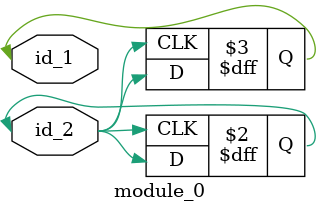
<source format=v>
`timescale 1 ps / 1ps
module module_0 (
    id_1,
    id_2
);
  inout id_2;
  inout id_1;
  always @(negedge id_2) begin
    id_1 <= id_2;
    id_2 = id_2;
  end
endmodule

</source>
